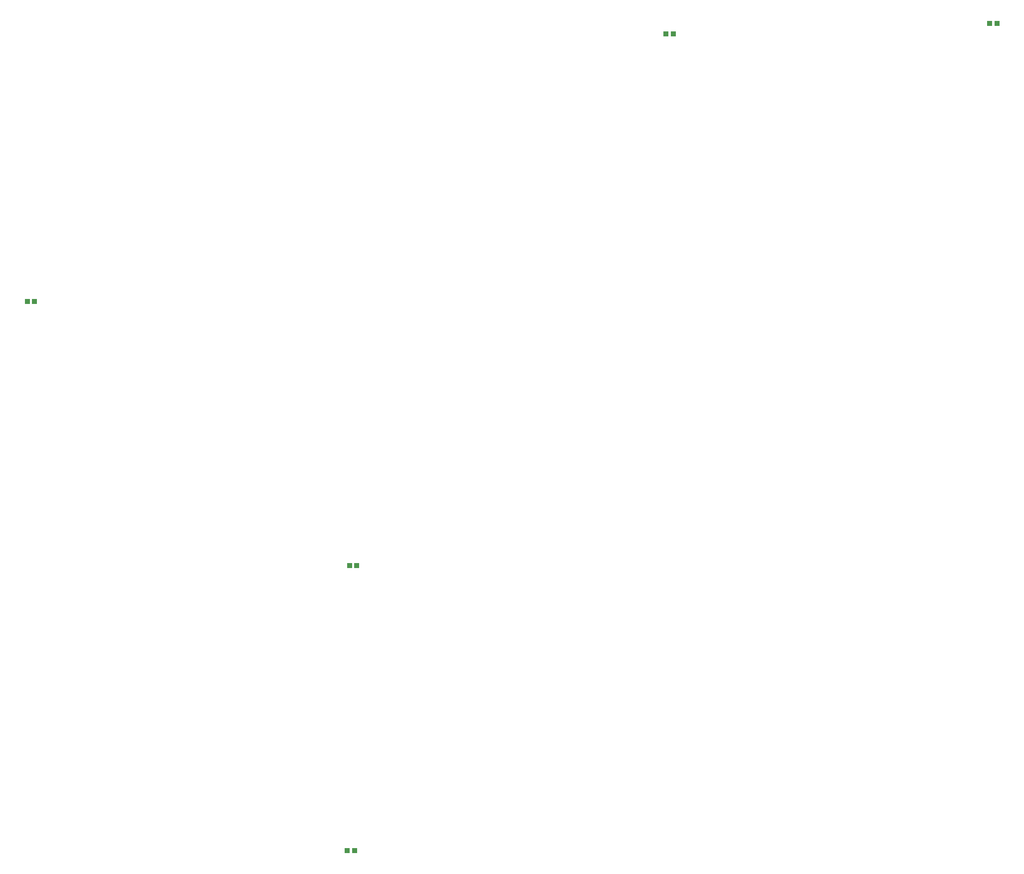
<source format=gbp>
G04*
G04 #@! TF.GenerationSoftware,Altium Limited,Altium Designer,25.2.1 (25)*
G04*
G04 Layer_Color=128*
%FSAX44Y44*%
%MOMM*%
G71*
G04*
G04 #@! TF.SameCoordinates,962EF830-37C3-45C2-9A6A-2A16DDEA0E73*
G04*
G04*
G04 #@! TF.FilePolarity,Positive*
G04*
G01*
G75*
%ADD29R,0.9500X0.9500*%
D29*
X01065250Y01156250D02*
D03*
X01077750D02*
D03*
X00518250Y01604500D02*
D03*
X00530750D02*
D03*
X01602500Y02059750D02*
D03*
X01615000D02*
D03*
X02151750Y02077250D02*
D03*
X02164250D02*
D03*
X01061750Y00672000D02*
D03*
X01074250D02*
D03*
M02*

</source>
